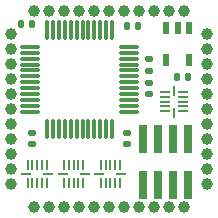
<source format=gbr>
%TF.GenerationSoftware,KiCad,Pcbnew,9.0.2*%
%TF.CreationDate,2025-06-01T13:38:19+02:00*%
%TF.ProjectId,FCB1010_controller,46434231-3031-4305-9f63-6f6e74726f6c,rev?*%
%TF.SameCoordinates,Original*%
%TF.FileFunction,Soldermask,Top*%
%TF.FilePolarity,Negative*%
%FSLAX46Y46*%
G04 Gerber Fmt 4.6, Leading zero omitted, Abs format (unit mm)*
G04 Created by KiCad (PCBNEW 9.0.2) date 2025-06-01 13:38:19*
%MOMM*%
%LPD*%
G01*
G04 APERTURE LIST*
G04 Aperture macros list*
%AMRoundRect*
0 Rectangle with rounded corners*
0 $1 Rounding radius*
0 $2 $3 $4 $5 $6 $7 $8 $9 X,Y pos of 4 corners*
0 Add a 4 corners polygon primitive as box body*
4,1,4,$2,$3,$4,$5,$6,$7,$8,$9,$2,$3,0*
0 Add four circle primitives for the rounded corners*
1,1,$1+$1,$2,$3*
1,1,$1+$1,$4,$5*
1,1,$1+$1,$6,$7*
1,1,$1+$1,$8,$9*
0 Add four rect primitives between the rounded corners*
20,1,$1+$1,$2,$3,$4,$5,0*
20,1,$1+$1,$4,$5,$6,$7,0*
20,1,$1+$1,$6,$7,$8,$9,0*
20,1,$1+$1,$8,$9,$2,$3,0*%
G04 Aperture macros list end*
%ADD10R,0.740000X2.400000*%
%ADD11RoundRect,0.140000X-0.170000X0.140000X-0.170000X-0.140000X0.170000X-0.140000X0.170000X0.140000X0*%
%ADD12RoundRect,0.140000X0.140000X0.170000X-0.140000X0.170000X-0.140000X-0.170000X0.140000X-0.170000X0*%
%ADD13R,0.203200X0.863600*%
%ADD14R,0.863600X0.203200*%
%ADD15C,1.000000*%
%ADD16R,0.508000X1.003300*%
%ADD17RoundRect,0.140000X0.690000X0.060000X-0.690000X0.060000X-0.690000X-0.060000X0.690000X-0.060000X0*%
%ADD18RoundRect,0.140000X0.060000X0.690000X-0.060000X0.690000X-0.060000X-0.690000X0.060000X-0.690000X0*%
G04 APERTURE END LIST*
D10*
%TO.C,J1*%
X156705000Y-102550000D03*
X156705000Y-106450000D03*
X155435000Y-102550000D03*
X155435000Y-106450000D03*
X154165000Y-102550000D03*
X154165000Y-106450000D03*
X152895000Y-102550000D03*
X152895000Y-106450000D03*
%TD*%
D11*
%TO.C,C7*%
X153400000Y-97820000D03*
X153400000Y-98780000D03*
%TD*%
D12*
%TO.C,C6*%
X156680000Y-97300000D03*
X155720000Y-97300000D03*
%TD*%
%TO.C,C5*%
X152480000Y-93000000D03*
X151520000Y-93000000D03*
%TD*%
D11*
%TO.C,C4*%
X153400000Y-95820000D03*
X153400000Y-96780000D03*
%TD*%
%TO.C,C3*%
X143500000Y-102020000D03*
X143500000Y-102980000D03*
%TD*%
%TO.C,C2*%
X151500000Y-102020000D03*
X151500000Y-102980000D03*
%TD*%
D12*
%TO.C,C1*%
X143480000Y-92800000D03*
X142520000Y-92800000D03*
%TD*%
D13*
%TO.C,U2*%
X147800001Y-104725300D03*
X147399999Y-104725300D03*
X147000000Y-104725300D03*
X146600001Y-104725300D03*
X146199999Y-104725300D03*
D14*
X146072900Y-105500000D03*
D13*
X146199999Y-106274700D03*
X146600001Y-106274700D03*
X147000000Y-106274700D03*
X147399999Y-106274700D03*
X147800001Y-106274700D03*
D14*
X147927100Y-105500000D03*
%TD*%
D13*
%TO.C,U3*%
X150900001Y-104725300D03*
X150499999Y-104725300D03*
X150100000Y-104725300D03*
X149700001Y-104725300D03*
X149299999Y-104725300D03*
D14*
X149172900Y-105500000D03*
D13*
X149299999Y-106274700D03*
X149700001Y-106274700D03*
X150100000Y-106274700D03*
X150499999Y-106274700D03*
X150900001Y-106274700D03*
D14*
X151027100Y-105500000D03*
%TD*%
D15*
%TO.C,BRD1*%
X150000000Y-91700000D03*
X148730000Y-91700000D03*
X147460000Y-91700000D03*
X146190000Y-91700000D03*
X144920000Y-91700000D03*
X143650000Y-91700000D03*
X141700000Y-93650000D03*
X141700000Y-94920000D03*
X141700000Y-96190000D03*
X141700000Y-97460000D03*
X141700000Y-98730000D03*
X141700000Y-100000000D03*
X141700000Y-101270000D03*
X141700000Y-102540000D03*
X141700000Y-103810000D03*
X141700000Y-105080000D03*
X141700000Y-106350000D03*
X143650000Y-108300000D03*
X144920000Y-108300000D03*
X146190000Y-108300000D03*
X147460000Y-108300000D03*
X148730000Y-108300000D03*
X150000000Y-108300000D03*
X151270000Y-108300000D03*
X152540000Y-108300000D03*
X153810000Y-108300000D03*
X155080000Y-108300000D03*
X156350000Y-108300000D03*
X158300000Y-106350000D03*
X158300000Y-105080000D03*
X158300000Y-103810000D03*
X158300000Y-102540000D03*
X158300000Y-101270000D03*
X158300000Y-100000000D03*
X158300000Y-98730000D03*
X158300000Y-97460000D03*
X158300000Y-96190000D03*
X158300000Y-94920000D03*
X158300000Y-93650000D03*
X156350000Y-91700000D03*
X155080000Y-91700000D03*
X153810000Y-91700000D03*
X152540000Y-91700000D03*
X151270000Y-91700000D03*
%TD*%
D13*
%TO.C,U4*%
X144700001Y-104725300D03*
X144299999Y-104725300D03*
X143900000Y-104725300D03*
X143500001Y-104725300D03*
X143099999Y-104725300D03*
D14*
X142972900Y-105500000D03*
D13*
X143099999Y-106274700D03*
X143500001Y-106274700D03*
X143900000Y-106274700D03*
X144299999Y-106274700D03*
X144700001Y-106274700D03*
D14*
X144827100Y-105500000D03*
%TD*%
%TO.C,U5*%
X154725300Y-98599999D03*
X154725300Y-99000001D03*
X154725300Y-99400000D03*
X154725300Y-99799999D03*
X154725300Y-100200001D03*
D13*
X155500000Y-100327100D03*
D14*
X156274700Y-100200001D03*
X156274700Y-99799999D03*
X156274700Y-99400000D03*
X156274700Y-99000001D03*
X156274700Y-98599999D03*
D13*
X155500000Y-98472900D03*
%TD*%
D16*
%TO.C,U6*%
X156750001Y-93147450D03*
X155800000Y-93147450D03*
X154849999Y-93147450D03*
X154849999Y-95852550D03*
X156750001Y-95852550D03*
%TD*%
D17*
%TO.C,U1*%
X151680000Y-100250000D03*
X151680000Y-99750000D03*
X151680000Y-99250000D03*
X151680000Y-98750000D03*
X151680000Y-98250000D03*
X151680000Y-97750000D03*
X151680000Y-97250000D03*
X151680000Y-96750000D03*
X151680000Y-96250000D03*
X151680000Y-95750000D03*
X151680000Y-95250000D03*
X151680000Y-94750000D03*
D18*
X150250000Y-93320000D03*
X149750000Y-93320000D03*
X149250000Y-93320000D03*
X148750000Y-93320000D03*
X148250000Y-93320000D03*
X147750000Y-93320000D03*
X147250000Y-93320000D03*
X146750000Y-93320000D03*
X146250000Y-93320000D03*
X145750000Y-93320000D03*
X145250000Y-93320000D03*
X144750000Y-93320000D03*
D17*
X143320000Y-94750000D03*
X143320000Y-95250000D03*
X143320000Y-95750000D03*
X143320000Y-96250000D03*
X143320000Y-96750000D03*
X143320000Y-97250000D03*
X143320000Y-97750000D03*
X143320000Y-98250000D03*
X143320000Y-98750000D03*
X143320000Y-99250000D03*
X143320000Y-99750000D03*
X143320000Y-100250000D03*
D18*
X144750000Y-101680000D03*
X145250000Y-101680000D03*
X145750000Y-101680000D03*
X146250000Y-101680000D03*
X146750000Y-101680000D03*
X147250000Y-101680000D03*
X147750000Y-101680000D03*
X148250000Y-101680000D03*
X148750000Y-101680000D03*
X149250000Y-101680000D03*
X149750000Y-101680000D03*
X150250000Y-101680000D03*
%TD*%
M02*

</source>
